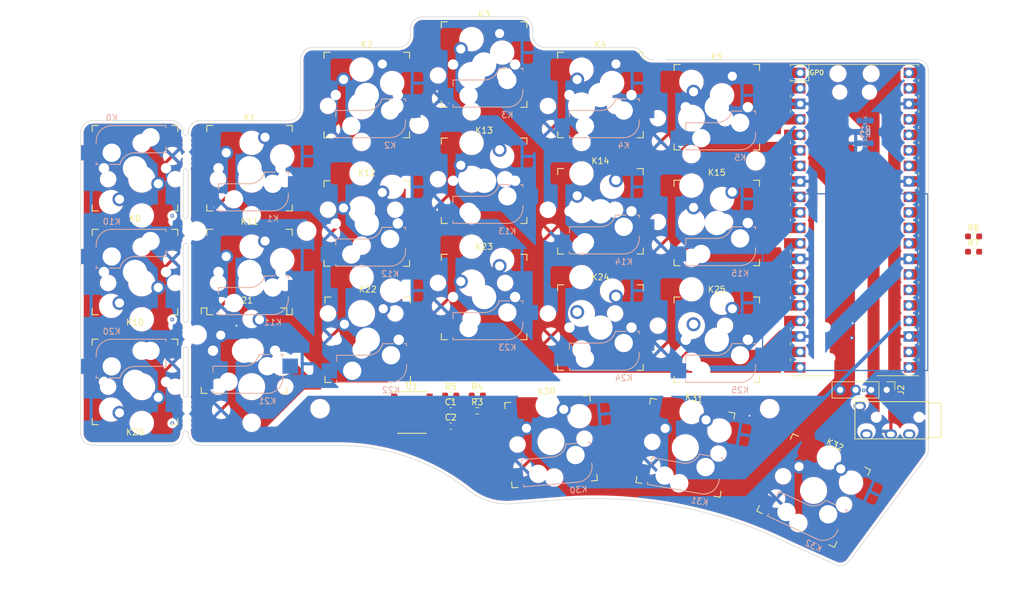
<source format=kicad_pcb>
(kicad_pcb (version 20211014) (generator pcbnew)
  (title_block (rev "rev1.0"))
  (layers (0 "F.Cu" signal) (31 "B.Cu" signal) (34 "B.Paste" user) (35 "F.Paste" user) (36 "B.SilkS" user "B.Silkscreen") (37 "F.SilkS" user "F.Silkscreen") (38 "B.Mask" user) (39 "F.Mask" user) (44 "Edge.Cuts" user))
  (net 0 "")
  (net 1 "GND")
  (net 2 "/k00")
  (net 3 "/k01")
  (net 4 "/k02")
  (net 5 "/k03")
  (net 6 "/k04")
  (net 7 "/k05")
  (net 8 "/k10")
  (net 9 "/k11")
  (net 10 "/k12")
  (net 11 "/k13")
  (net 12 "/k14")
  (net 13 "/k15")
  (net 14 "/k20")
  (net 15 "/k21")
  (net 16 "/k22")
  (net 17 "/k23")
  (net 18 "/k24")
  (net 19 "/k25")
  (net 20 "/k30")
  (net 21 "/k31")
  (net 22 "/k32")
  (net 23 "rx")
  (net 24 "tx")
  (net 25 "VBUS")
  (net 26 "vbus_sense")
  (net 28 "/SDA")
  (net 29 "/SCL")
  (net 33 "VCC")
  (net 34 "/I2C_Int")
  (net 35 "/LED_A")
  (net 36 "Net-(D1-Pad2)")
  (net 42 "/LED_B")
  (net 43 "Net-(D2-Pad2)")
  (footprint "keyswitches:Kailh_socket_MX_optional" (layer "F.Cu") (at 168.15 96.308)
    (fp_text reference "K25" (at 0 -8.255) (layer "F.SilkS"))
    (fp_text value "KEYSW")
    (fp_text user "${REFERENCE}" (at 3.81 8.255) (layer "B.SilkS") (effects (justify mirror)))
    (pad "" np_thru_hole circle (at -5.08 0) (size 1.7018 1.7018) (drill 1.7018) (layers *.Cu *.Mask))
    (pad "" np_thru_hole circle (at 0 0) (size 3.9878 3.9878) (drill 3.9878) (layers *.Cu *.Mask))
    (pad "" np_thru_hole circle (at 3.81 2.54) (size 3 3) (drill 3) (layers *.Cu *.Mask))
    (pad "" np_thru_hole circle (at -2.54 5.08) (size 3 3) (drill 3) (layers *.Cu *.Mask))
    (pad "" np_thru_hole circle (at 5.08 0) (size 1.7018 1.7018) (drill 1.7018) (layers *.Cu *.Mask))
    (pad "1" smd rect (at -6.29 5.08) (size 2.55 2.5) (layers "B.Cu" "B.Paste" "B.Mask") (net 19 "/k25"))
    (pad "1" thru_hole circle (at 2.54 -5.08) (size 2.286 2.286) (drill 1.4986) (layers *.Cu *.Mask) (net 19 "/k25"))
    (pad "2" thru_hole circle (at -3.81 -2.54) (size 2.286 2.286) (drill 1.4986) (layers *.Cu *.Mask) (net 1 "GND"))
    (pad "2" smd rect (at 7.56 2.54) (size 2.55 2.5) (layers "B.Cu" "B.Paste" "B.Mask") (net 1 "GND"))
  )
  (footprint "keyswitches:Kailh_socket_MX_optional" (layer "F.Cu") (at 149.1 94.308)
    (fp_text reference "K24" (at 0 -8.255) (layer "F.SilkS"))
    (fp_text value "KEYSW")
    (fp_text user "${REFERENCE}" (at 3.81 8.255) (layer "B.SilkS") (effects (justify mirror)))
    (pad "" np_thru_hole circle (at 3.81 2.54) (size 3 3) (drill 3) (layers *.Cu *.Mask))
    (pad "" np_thru_hole circle (at -5.08 0) (size 1.7018 1.7018) (drill 1.7018) (layers *.Cu *.Mask))
    (pad "" np_thru_hole circle (at 0 0) (size 3.9878 3.9878) (drill 3.9878) (layers *.Cu *.Mask))
    (pad "" np_thru_hole circle (at 5.08 0) (size 1.7018 1.7018) (drill 1.7018) (layers *.Cu *.Mask))
    (pad "" np_thru_hole circle (at -2.54 5.08) (size 3 3) (drill 3) (layers *.Cu *.Mask))
    (pad "1" smd rect (at -6.29 5.08) (size 2.55 2.5) (layers "B.Cu" "B.Paste" "B.Mask") (net 18 "/k24"))
    (pad "1" thru_hole circle (at 2.54 -5.08) (size 2.286 2.286) (drill 1.4986) (layers *.Cu *.Mask) (net 18 "/k24"))
    (pad "2" smd rect (at 7.56 2.54) (size 2.55 2.5) (layers "B.Cu" "B.Paste" "B.Mask") (net 1 "GND"))
    (pad "2" thru_hole circle (at -3.81 -2.54) (size 2.286 2.286) (drill 1.4986) (layers *.Cu *.Mask) (net 1 "GND"))
  )
  (footprint "keyswitches:Kailh_socket_MX_optional" (layer "F.Cu") (at 90.75 98.1)
    (fp_text reference "K21" (at 0 -8.255) (layer "F.SilkS"))
    (fp_text value "KEYSW")
    (fp_text user "${REFERENCE}" (at 3.81 8.255) (layer "B.SilkS") (effects (justify mirror)))
    (pad "" np_thru_hole circle (at 5.08 0) (size 1.7018 1.7018) (drill 1.7018) (layers *.Cu *.Mask))
    (pad "" np_thru_hole circle (at -5.08 0) (size 1.7018 1.7018) (drill 1.7018) (layers *.Cu *.Mask))
    (pad "" np_thru_hole circle (at 0 0) (size 3.9878 3.9878) (drill 3.9878) (layers *.Cu *.Mask))
    (pad "" np_thru_hole circle (at 3.81 2.54) (size 3 3) (drill 3) (layers *.Cu *.Mask))
    (pad "" np_thru_hole circle (at -2.54 5.08) (size 3 3) (drill 3) (layers *.Cu *.Mask))
    (pad "1" smd rect (at -6.29 5.08) (size 2.55 2.5) (layers "B.Cu" "B.Paste" "B.Mask") (net 15 "/k21"))
    (pad "1" thru_hole circle (at 2.54 -5.08) (size 2.286 2.286) (drill 1.4986) (layers *.Cu *.Mask) (net 15 "/k21"))
    (pad "2" thru_hole circle (at -3.81 -2.54) (size 2.286 2.286) (drill 1.4986) (layers *.Cu *.Mask) (net 1 "GND"))
    (pad "2" smd rect (at 7.56 2.54) (size 2.55 2.5) (layers "B.Cu" "B.Paste" "B.Mask") (net 1 "GND"))
  )
  (footprint "keyswitches:Kailh_socket_MX_optional" (layer "F.Cu") (at 110.85 56.208)
    (fp_text reference "K2" (at 0 -8.255) (layer "F.SilkS"))
    (fp_text value "KEYSW")
    (fp_text user "${REFERENCE}" (at 3.81 8.255) (layer "B.SilkS") (effects (justify mirror)))
    (pad "" np_thru_hole circle (at 0 0) (size 3.9878 3.9878) (drill 3.9878) (layers *.Cu *.Mask))
    (pad "" np_thru_hole circle (at 3.81 2.54) (size 3 3) (drill 3) (layers *.Cu *.Mask))
    (pad "" np_thru_hole circle (at 5.08 0) (size 1.7018 1.7018) (drill 1.7018) (layers *.Cu *.Mask))
    (pad "" np_thru_hole circle (at -2.54 5.08) (size 3 3) (drill 3) (layers *.Cu *.Mask))
    (pad "" np_thru_hole circle (at -5.08 0) (size 1.7018 1.7018) (drill 1.7018) (layers *.Cu *.Mask))
    (pad "1" thru_hole circle (at 2.54 -5.08) (size 2.286 2.286) (drill 1.4986) (layers *.Cu *.Mask) (net 4 "/k02"))
    (pad "1" smd rect (at -6.29 5.08) (size 2.55 2.5) (layers "B.Cu" "B.Paste" "B.Mask") (net 4 "/k02"))
    (pad "2" smd rect (at 7.56 2.54) (size 2.55 2.5) (layers "B.Cu" "B.Paste" "B.Mask") (net 1 "GND"))
    (pad "2" thru_hole circle (at -3.81 -2.54) (size 2.286 2.286) (drill 1.4986) (layers *.Cu *.Mask) (net 1 "GND"))
  )
  (footprint "beekeeb_lib:MountingHole_2.2mm_M2-8mm" (layer "F.Cu") (at 103.2 107.6)
    (fp_text reference "H4" hide)
    (fp_text value "MountingHole")
    (pad "" np_thru_hole circle (at 0 0) (size 2.2 2.2) (drill 2.2) (layers *.Cu *.Mask))
  )
  (footprint "keyswitches:Kailh_socket_MX_optional" (layer "F.Cu") (at 72.9 85.208 180)
    (fp_text reference "K10" (at 0 -8.255) (layer "F.SilkS"))
    (fp_text value "KEYSW")
    (fp_text user "${REFERENCE}" (at 3.81 8.255) (layer "B.SilkS") (effects (justify mirror)))
    (pad "" np_thru_hole circle (at 3.81 2.54 180) (size 3 3) (drill 3) (layers *.Cu *.Mask))
    (pad "" np_thru_hole circle (at -2.54 5.08 180) (size 3 3) (drill 3) (layers *.Cu *.Mask))
    (pad "" np_thru_hole circle (at -5.08 0 180) (size 1.7018 1.7018) (drill 1.7018) (layers *.Cu *.Mask))
    (pad "" np_thru_hole circle (at 0 0 180) (size 3.9878 3.9878) (drill 3.9878) (layers *.Cu *.Mask))
    (pad "" np_thru_hole circle (at 5.08 0 180) (size 1.7018 1.7018) (drill 1.7018) (layers *.Cu *.Mask))
    (pad "1" smd rect (at -6.29 5.08 180) (size 2.55 2.5) (layers "B.Cu" "B.Paste" "B.Mask") (net 8 "/k10"))
    (pad "1" thru_hole circle (at 2.54 -5.08 180) (size 2.286 2.286) (drill 1.4986) (layers *.Cu *.Mask) (net 8 "/k10"))
    (pad "2" smd rect (at 7.56 2.54 180) (size 2.55 2.5) (layers "B.Cu" "B.Paste" "B.Mask") (net 1 "GND"))
    (pad "2" thru_hole circle (at -3.81 -2.54 180) (size 2.286 2.286) (drill 1.4986) (layers *.Cu *.Mask) (net 1 "GND"))
  )
  (footprint "RPi_Pico:RPi_Pico_SMD_TH" (layer "F.Cu") (at 190.7032 76.708)
    (fp_text reference "U2" hide)
    (fp_text value "Pico")
    (fp_text user "GP0" (at -6.2032 -24.1665) (layer "F.SilkS") (effects (font (size 0.8 0.8))))
    (pad "" np_thru_hole oval (at -2.425 -20.97) (size 1.5 1.5) (drill 1.5) (layers *.Cu *.Mask))
    (pad "" np_thru_hole oval (at 2.425 -20.97) (size 1.5 1.5) (drill 1.5) (layers *.Cu *.Mask))
    (pad "" np_thru_hole oval (at 2.725 -24) (size 1.8 1.8) (drill 1.8) (layers *.Cu *.Mask))
    (pad "" np_thru_hole oval (at -2.725 -24) (size 1.8 1.8) (drill 1.8) (layers *.Cu *.Mask))
    (pad "1" smd rect (at -8.89 -24.13) (size 3.5 1.7) (drill (offset -0.9 0)) (layers "F.Cu" "F.Mask") (net 24 "tx"))
    (pad "1" thru_hole oval (at -8.89 -24.13) (size 1.7 1.7) (drill 1.02) (layers *.Cu *.Mask) (net 24 "tx"))
    (pad "2" thru_hole oval (at -8.89 -21.59) (size 1.7 1.7) (drill 1.02) (layers *.Cu *.Mask) (net 23 "rx"))
    (pad "2" smd rect (at -8.89 -21.59) (size 3.5 1.7) (drill (offset -0.9 0)) (layers "F.Cu" "F.Mask") (net 23 "rx"))
    (pad "3" thru_hole rect (at -8.89 -19.05) (size 1.7 1.7) (drill 1.02) (layers *.Cu *.Mask) (net 1 "GND"))
    (pad "3" smd rect (at -8.89 -19.05) (size 3.5 1.7) (drill (offset -0.9 0)) (layers "F.Cu" "F.Mask") (net 1 "GND"))
    (pad "4" smd rect (at -8.89 -16.51) (size 3.5 1.7) (drill (offset -0.9 0)) (layers "F.Cu" "F.Mask") (net 7 "/k05"))
    (pad "4" thru_hole oval (at -8.89 -16.51) (size 1.7 1.7) (drill 1.02) (layers *.Cu *.Mask) (net 7 "/k05"))
    (pad "5" smd rect (at -8.89 -13.97) (size 3.5 1.7) (drill (offset -0.9 0)) (layers "F.Cu" "F.Mask") (net 6 "/k04"))
    (pad "5" thru_hole oval (at -8.89 -13.97) (size 1.7 1.7) (drill 1.02) (layers *.Cu *.Mask) (net 6 "/k04"))
    (pad "6" thru_hole oval (at -8.89 -11.43) (size 1.7 1.7) (drill 1.02) (layers *.Cu *.Mask) (net 19 "/k25"))
    (pad "6" smd rect (at -8.89 -11.43) (size 3.5 1.7) (drill (offset -0.9 0)) (layers "F.Cu" "F.Mask") (net 19 "/k25"))
    (pad "7" smd rect (at -8.89 -8.89) (size 3.5 1.7) (drill (offset -0.9 0)) (layers "F.Cu" "F.Mask") (net 4 "/k02"))
    (pad "7" thru_hole oval (at -8.89 -8.89) (size 1.7 1.7) (drill 1.02) (layers *.Cu *.Mask) (net 4 "/k02"))
    (pad "8" smd rect (at -8.89 -6.35) (size 3.5 1.7) (drill (offset -0.9 0)) (layers "F.Cu" "F.Mask") (net 1 "GND"))
    (pad "8" thru_hole rect (at -8.89 -6.35) (size 1.7 1.7) (drill 1.02) (layers *.Cu *.Mask) (net 1 "GND"))
    (pad "9" smd rect (at -8.89 -3.81) (size 3.5 1.7) (drill (offset -0.9 0)) (layers "F.Cu" "F.Mask") (net 16 "/k22"))
    (pad "9" thru_hole oval (at -8.89 -3.81) (size 1.7 1.7) (drill 1.02) (layers *.Cu *.Mask) (net 16 "/k22"))
    (pad "10" smd rect (at -8.89 -1.27) (size 3.5 1.7) (drill (offset -0.9 0)) (layers "F.Cu" "F.Mask") (net 17 "/k23"))
    (pad "10" thru_hole oval (at -8.89 -1.27) (size 1.7 1.7) (drill 1.02) (layers *.Cu *.Mask) (net 17 "/k23"))
    (pad "11" thru_hole oval (at -8.89 1.27) (size 1.7 1.7) (drill 1.02) (layers *.Cu *.Mask))
    (pad "11" smd rect (at -8.89 1.27) (size 3.5 1.7) (drill (offset -0.9 0)) (layers "F.Cu" "F.Mask"))
    (pad "12" thru_hole oval (at -8.89 3.81) (size 1.7 1.7) (drill 1.02) (layers *.Cu *.Mask))
    (pad "12" smd rect (at -8.89 3.81) (size 3.5 1.7) (drill (offset -0.9 0)) (layers "F.Cu" "F.Mask"))
    (pad "13" smd rect (at -8.89 6.35) (size 3.5 1.7) (drill (offset -0.9 0)) (layers "F.Cu" "F.Mask") (net 1 "GND"))
    (pad "13" thru_hole rect (at -8.89 6.35) (size 1.7 1.7) (drill 1.02) (layers *.Cu *.Mask) (net 1 "GND"))
    (pad "14" thru_hole oval (at -8.89 8.89) (size 1.7 1.7) (drill 1.02) (layers *.Cu *.Mask))
    (pad "14" smd rect (at -8.89 8.89) (size 3.5 1.7) (drill (offset -0.9 0)) (layers "F.Cu" "F.Mask"))
    (pad "15" smd rect (at -8.89 11.43) (size 3.5 1.7) (drill (offset -0.9 0)) (layers "F.Cu" "F.Mask"))
    (pad "15" thru_hole oval (at -8.89 11.43) (size 1.7 1.7) (drill 1.02) (layers *.Cu *.Mask))
    (pad "16" smd rect (at -8.89 13.97) (size 3.5 1.7) (drill (offset -0.9 0)) (layers "F.Cu" "F.Mask"))
    (pad "16" thru_hole oval (at -8.89 13.97) (size 1.7 1.7) (drill 1.02) (layers *.Cu *.Mask))
    (pad "17" smd rect (at -8.89 16.51) (size 3.5 1.7) (drill (offset -0.9 0)) (layers "F.Cu" "F.Mask") (net 18 "/k24"))
    (pad "17" thru_hole oval (at -8.89 16.51) (size 1.7 1.7) (drill 1.02) (layers *.Cu *.Mask) (net 18 "/k24"))
    (pad "18" thru_hole rect (at -8.89 19.05) (size 1.7 1.7) (drill 1.02) (layers *.Cu *.Mask) (net 1 "GND"))
    (pad "18" smd rect (at -8.89 19.05) (size 3.5 1.7) (drill (offset -0.9 0)) (layers "F.Cu" "F.Mask") (net 1 "GND"))
    (pad "19" smd rect (at -8.89 21.59) (size 3.5 1.7) (drill (offset -0.9 0)) (layers "F.Cu" "F.Mask") (net 11 "/k13"))
    (pad "19" thru_hole oval (at -8.89 21.59) (size 1.7 1.7) (drill 1.02) (layers *.Cu *.Mask) (net 11 "/k13"))
    (pad "20" thru_hole oval (at -8.89 24.13) (size 1.7 1.7) (drill 1.02) (layers *.Cu *.Mask) (net 5 "/k03"))
    (pad "20" smd rect (at -8.89 24.13) (size 3.5 1.7) (drill (offset -0.9 0)) (layers "F.Cu" "F.Mask") (net 5 "/k03"))
    (pad "21" thru_hole oval (at 8.89 24.13) (size 1.7 1.7) (drill 1.02) (layers *.Cu *.Mask) (net 13 "/k15"))
    (pad "21" smd rect (at 8.89 24.13) (size 3.5 1.7) (drill (offset 0.9 0)) (layers "F.Cu" "F.Mask") (net 13 "/k15"))
    (pad "22" thru_hole oval (at 8.89 21.59) (size 1.7 1.7) (drill 1.02) (layers *.Cu *.Mask) (net 12 "/k14"))
    (pad "22" smd rect (at 8.89 21.59) (size 3.5 1.7) (drill (offset 0.9 0)) (layers "F.Cu" "F.Mask") (net 12 "/k14"))
    (pad "23" smd rect (at 8.89 19.05) (size 3.5 1.7) (drill (offset 0.9 0)) (layers "F.Cu" "F.Mask") (net 1 "GND"))
    (pad "23" thru_hole rect (at 8.89 19.05) (size 1.7 1.7) (drill 1.02) (layers *.Cu *.Mask) (net 1 "GND"))
    (pad "24" thru_hole oval (at 8.89 16.51) (size 1.7 1.7) (drill 1.02) (layers *.Cu *.Mask) (net 10 "/k12"))
    (pad "24" smd rect (at 8.89 16.51) (size 3.5 1.7) (drill (offset 0.9 0)) (layers "F.Cu" "F.Mask") (net 10 "/k12"))
    (pad "25" smd rect (at 8.89 13.97) (size 3.5 1.7) (drill (offset 0.9 0)) (layers "F.Cu" "F.Mask") (net 15 "/k21"))
    (pad "25" thru_hole oval (at 8.89 13.97) (size 1.7 1.7) (drill 1.02) (layers *.Cu *.Mask) (net 15 "/k21"))
    (pad "26" thru_hole oval (at 8.89 11.43) (size 1.7 1.7) (drill 1.02) (layers *.Cu *.Mask) (net 9 "/k11"))
    (pad "26" smd rect (at 8.89 11.43) (size 3.5 1.7) (drill (offset 0.9 0)) (layers "F.Cu" "F.Mask") (net 9 "/k11"))
    (pad "27" smd rect (at 8.89 8.89) (size 3.5 1.7) (drill (offset 0.9 0)) (layers "F.Cu" "F.Mask") (net 34 "/I2C_Int"))
    (pad "27" thru_hole oval (at 8.89 8.89) (size 1.7 1.7) (drill 1.02) (layers *.Cu *.Mask) (net 34 "/I2C_Int"))
    (pad "28" smd rect (at 8.89 6.35) (size 3.5 1.7) (drill (offset 0.9 0)) (layers "F.Cu" "F.Mask") (net 1 "GND"))
    (pad "28" thru_hole rect (at 8.89 6.35) (size 1.7 1.7) (drill 1.02) (layers *.Cu *.Mask) (net 1 "GND"))
    (pad "29" thru_hole oval (at 8.89 3.81) (size 1.7 1.7) (drill 1.02) (layers *.Cu *.Mask) (net 3 "/k01"))
    (pad "29" smd rect (at 8.89 3.81) (size 3.5 1.7) (drill (offset 0.9 0)) (layers "F.Cu" "F.Mask") (net 3 "/k01"))
    (pad "30" thru_hole oval (at 8.89 1.27) (size 1.7 1.7) (drill 1.02) (layers *.Cu *.Mask))
    (pad "30" smd rect (at 8.89 1.27) (size 3.5 1.7) (drill (offset 0.9 0)) (layers "F.Cu" "F.Mask"))
    (pad "31" thru_hole oval (at 8.89 -1.27) (size 1.7 1.7) (drill 1.02) (layers *.Cu *.Mask) (net 28 "/SDA"))
    (pad "31" smd rect (at 8.89 -1.27) (size 3.5 1.7) (drill (offset 0.9 0)) (layers "F.Cu" "F.Mask") (net 28 "/SDA"))
    (pad "32" thru_hole oval (at 8.89 -3.81) (size 1.7 1.7) (drill 1.02) (layers *.Cu *.Mask) (net 29 "/SCL"))
    (pad "32" smd rect (at 8.89 -3.81) (size 3.5 1.7) (drill (offset 0.9 0)) (layers "F.Cu" "F.Mask") (net 29 "/SCL"))
    (pad "33" smd rect (at 8.89 -6.35) (size 3.5 1.7) (drill (offset 0.9 0)) (layers "F.Cu" "F.Mask") (net 1 "GND"))
    (pad "33" thru_hole rect (at 8.89 -6.35) (size 1.7 1.7) (drill 1.02) (layers *.Cu *.Mask) (net 1 "GND"))
    (pad "34" thru_hole oval (at 8.89 -8.89) (size 1.7 1.7) (drill 1.02) (layers *.Cu *.Mask) (net 26 "vbus_sense"))
    (pad "34" smd rect (at 8.89 -8.89) (size 3.5 1.7) (drill (offset 0.9 0)) (layers "F.Cu" "F.Mask") (net 26 "vbus_sense"))
    (pad "35" smd rect (at 8.89 -11.43) (size 3.5 1.7) (drill (offset 0.9 0)) (layers "F.Cu" "F.Mask"))
    (pad "35" thru_hole oval (at 8.89 -11.43) (size 1.7 1.7) (drill 1.02) (layers *.Cu *.Mask))
    (pad "36" smd rect (at 8.89 -13.97) (size 3.5 1.7) (drill (offset 0.9 0)) (layers "F.Cu" "F.Mask"))
    (pad "36" thru_hole oval (at 8.89 -13.97) (size 1.7 1.7) (drill 1.02) (layers *.Cu *.Mask))
    (pad "37" thru_hole oval (at 8.89 -16.51) (size 1.7 1.7) (drill 1.02) (layers *.Cu *.Mask))
    (pad "37" smd rect (at 8.89 -16.51) (size 3.5 1.7) (drill (offset 0.9 0)) (layers "F.Cu" "F.Mask"))
    (pad "38" smd rect (at 8.89 -19.05) (size 3.5 1.7) (drill (offset 0.9 0)) (layers "F.Cu" "F.Mask") (net 1 "GND"))
    (pad "38" thru_hole rect (at 8.89 -19.05) (size 1.7 1.7) (drill 1.02) (layers *.Cu *.Mask) (net 1 "GND"))
    (pad "39" thru_hole oval (at 8.89 -21.59) (size 1.7 1.7) (drill 1.02) (layers *.Cu *.Mask) (net 33 "VCC"))
    (pad "39" smd rect (at 8.89 -21.59) (size 3.5 1.7) (drill (offset 0.9 0)) (layers "F.Cu" "F.Mask") (net 33 "VCC"))
    (pad "40" thru_hole oval (at 8.89 -24.13) (size 1.7 1.7) (drill 1.02) (layers *.Cu *.Mask) (net 25 "VBUS"))
    (pad "40" smd rect (at 8.89 -24.13) (size 3.5 1.7) (drill (offset 0.9 0)) (layers "F.Cu" "F.Mask") (net 25 "VBUS"))
  )
  (footprint "Resistor_SMD:R_0603_1608Metric_Pad0.98x0.95mm_HandSolder" (layer "F.Cu") (at 210.185 81.885)
    (fp_text reference "R7" (at 0 -1.43) (layer "F.SilkS"))
    (fp_text value "R")
    (pad "1" smd roundrect (at -0.9125 0) (size 0.975 0.95) (layers "F.Cu" "F.Paste" "F.Mask") (net 42 "/LED_B"))
    (pad "2" smd roundrect (at 0.9125 0) (size 0.975 0.95) (layers "F.Cu" "F.Paste" "F.Mask") (net 43 "Net-(D2-Pad2)"))
  )
  (footprint "keyswitches:Kailh_socket_MX_optional" (layer "F.Cu") (at 149.1 56.208)
    (fp_text reference "K4" (at 0 -8.255) (layer "F.SilkS"))
    (fp_text value "KEYSW")
    (fp_text user "${REFERENCE}" (at 3.81 8.255) (layer "B.SilkS") (effects (justify mirror)))
    (pad "" np_thru_hole circle (at 0 0) (size 3.9878 3.9878) (drill 3.9878) (layers *.Cu *.Mask))
    (pad "" np_thru_hole circle (at -5.08 0) (size 1.7018 1.7018) (drill 1.7018) (layers *.Cu *.Mask))
    (pad "" np_thru_hole circle (at 5.08 0) (size 1.7018 1.7018) (drill 1.7018) (layers *.Cu *.Mask))
    (pad "" np_thru_hole circle (at -2.54 5.08) (size 3 3) (drill 3) (layers *.Cu *.Mask))
    (pad "" np_thru_hole circle (at 3.81 2.54) (size 3 3) (drill 3) (layers *.Cu *.Mask))
    (pad "1" smd rect (at -6.29 5.08) (size 2.55 2.5) (layers "B.Cu" "B.Paste" "B.Mask") (net 6 "/k04"))
    (pad "1" thru_hole circle (at 2.54 -5.08) (size 2.286 2.286) (drill 1.4986) (layers *.Cu *.Mask) (net 6 "/k04"))
    (pad "2" smd rect (at 7.56 2.54) (size 2.55 2.5) (layers "B.Cu" "B.Paste" "B.Mask") (net 1 "GND"))
    (pad "2" thru_hole circle (at -3.81 -2.54) (size 2.286 2.286) (drill 1.4986) (layers *.Cu *.Mask) (net 1 "GND"))
  )
  (footprint "keyswitches:Kailh_socket_MX_optional" (layer "F.Cu") (at 110.85 77.258)
    (fp_text reference "K12" (at 0 -8.255) (layer "F.SilkS"))
    (fp_text value "KEYSW")
    (fp_text user "${REFERENCE}" (at 3.81 8.255) (layer "B.SilkS") (effects (justify mirror)))
    (pad "" np_thru_hole circle (at 3.81 2.54) (size 3 3) (drill 3) (layers *.Cu *.Mask))
    (pad "" np_thru_hole circle (at -2.54 5.08) (size 3 3) (drill 3) (layers *.Cu *.Mask))
    (pad "" np_thru_hole circle (at 5.08 0) (size 1.7018 1.7018) (drill 1.7018) (layers *.Cu *.Mask))
    (pad "" np_thru_hole circle (at 0 0) (size 3.9878 3.9878) (drill 3.9878) (layers *.Cu *.Mask))
    (pad "" np_thru_hole circle (at -5.08 0) (size 1.7018 1.7018) (drill 1.7018) (layers *.Cu *.Mask))
    (pad "1" thru_hole circle (at 2.54 -5.08) (size 2.286 2.286) (drill 1.4986) (layers *.Cu *.Mask) (net 10 "/k12"))
    (pad "1" smd rect (at -6.29 5.08) (size 2.55 2.5) (layers "B.Cu" "B.Paste" "B.Mask") (net 10 "/k12"))
    (pad "2" thru_hole circle (at -3.81 -2.54) (size 2.286 2.286) (drill 1.4986) (layers *.Cu *.Mask) (net 1 "GND"))
    (pad "2" smd rect (at 7.56 2.54) (size 2.55 2.5) (layers "B.Cu" "B.Paste" "B.Mask") (net 1 "GND"))
  )
  (footprint "beekeeb_lib:MountingHole_2.2mm_M2-8mm" (layer "F.Cu") (at 174.5 67)
    (fp_text reference "H2" hide)
    (fp_text value "MountingHole")
    (pad "" np_thru_hole circle (at 0 0) (size 2.2 2.2) (drill 2.2) (layers *.Cu *.Mask))
  )
  (footprint "keyswitches:Kailh_socket_MX_optional" (layer "F.Cu") (at 141 113 5)
    (fp_text reference "K30" (at 0 -8.255 5) (layer "F.SilkS"))
    (fp_text value "KEYSW")
    (fp_text user "${REFERENCE}" (at 3.81 8.255 5) (layer "B.SilkS") (effects (justify mirror)))
    (pad "" np_thru_hole circle (at 0 0 5) (size 3.9878 3.9878) (drill 3.9878) (layers *.Cu *.Mask))
    (pad "" np_thru_hole circle (at 5.08 0 5) (size 1.7018 1.7018) (drill 1.7018) (layers *.Cu *.Mask))
    (pad "" np_thru_hole circle (at -5.08 0 5) (size 1.7018 1.7018) (drill 1.7018) (layers *.Cu *.Mask))
    (pad "" np_thru_hole circle (at 3.81 2.54 5) (size 3 3) (drill 3) (layers *.Cu *.Mask))
    (pad "" np_thru_hole circle (at -2.54 5.08 5) (size 3 3) (drill 3) (layers *.Cu *.Mask))
    (pad "1" smd rect (at -6.29 5.08 5) (size 2.55 2.5) (layers "B.Cu" "B.Paste" "B.Mask") (net 20 "/k30"))
    (pad "1" thru_hole circle (at 2.54 -5.08 5) (size 2.286 2.286) (drill 1.4986) (layers *.Cu *.Mask) (net 20 "/k30"))
    (pad "2" smd rect (at 7.56 2.54 5) (size 2.55 2.5) (layers "B.Cu" "B.Paste" "B.Mask") (net 1 "GND"))
    (pad "2" thru_hole circle (at -3.81 -2.54 5) (size 2.286 2.286) (drill 1.4986) (layers *.Cu *.Mask) (net 1 "GND"))
  )
  (footprint "beekeeb_lib:MountingHole_2.2mm_M2-8mm" (layer "F.Cu") (at 83 95.5)
    (fp_text reference "H4" hide)
    (fp_text value "MountingHole")
    (pad "" np_thru_hole circle (at 0.05 0) (size 2.2 2.2) (drill 2.2) (layers F&B.Cu *.Mask))
  )
  (footprint "keyswitches:Kailh_socket_MX_optional" (layer "F.Cu") (at 91.65 68.208)
    (fp_text reference "K1" (at 0 -8.255) (layer "F.SilkS"))
    (fp_text value "KEYSW")
    (fp_text user "${REFERENCE}" (at 3.81 8.255) (layer "B.SilkS") (effects (justify mirror)))
    (pad "" np_thru_hole circle (at 3.81 2.54) (size 3 3) (drill 3) (layers *.Cu *.Mask))
    (pad "" np_thru_hole circle (at -5.08 0) (size 1.7018 1.7018) (drill 1.7018) (layers *.Cu *.Mask))
    (pad "" np_thru_hole circle (at 5.08 0) (size 1.7018 1.7018) (drill 1.7018) (layers *.Cu *.Mask))
    (pad "" np_thru_hole circle (at -2.54 5.08) (size 3 3) (drill 3) (layers *.Cu *.Mask))
    (pad "" np_thru_hole circle (at 0 0) (size 3.9878 3.9878) (drill 3.9878) (layers *.Cu *.Mask))
    (pad "1" smd rect (at -6.29 5.08) (size 2.55 2.5) (layers "B.Cu" "B.Paste" "B.Mask") (net 3 "/k01"))
    (pad "1" thru_hole circle (at 2.54 -5.08) (size 2.286 2.286) (drill 1.4986) (layers *.Cu *.Mask) (net 3 "/k01"))
    (pad "2" smd rect (at 7.56 2.54) (size 2.55 2.5) (layers "B.Cu" "B.Paste" "B.Mask") (net 1 "GND"))
    (pad "2" thru_hole circle (at -3.81 -2.54) (size 2.286 2.286) (drill 1.4986) (layers *.Cu *.Mask) (net 1 "GND"))
  )
  (footprint "Resistor_SMD:R_0603_1608Metric_Pad0.98x0.95mm_HandSolder" (layer "F.Cu") (at 210.185 79.375)
    (fp_text reference "R6" (at 0 -1.43) (layer "F.SilkS"))
    (fp_text value "R")
    (pad "1" smd roundrect (at -0.9125 0) (size 0.975 0.95) (layers "F.Cu" "F.Paste" "F.Mask") (net 35 "/LED_A"))
    (pad "2" smd roundrect (at 0.9125 0) (size 0.975 0.95) (layers "F.Cu" "F.Paste" "F.Mask") (net 36 "Net-(D1-Pad2)"))
  )
  (footprint "beekeeb_lib:mousebites_2" (layer "F.Cu") (at 81.4 78.5 90)
    (fp_text reference "MB1" hide)
    (fp_text value "MountingHole" hide)
    (pad "" np_thru_hole circle (at 0 0 90) (size 0.5 0.5) (drill 0.5) (layers F&B.Cu *.Mask))
    (pad "" np_thru_hole circle (at 1.5 0 90) (size 0.5 0.5) (drill 0.5) (layers F&B.Cu *.Mask))
    (pad "" np_thru_hole circle (at -1.5 0 90) (size 0.5 0.5) (drill 0.5) (layers F&B.Cu *.Mask))
    (pad "" np_thru_hole circle (at 0.75 0 90) (size 0.5 0.5) (drill 0.5) (layers F&B.Cu *.Mask))
  )
  (footprint "Capacitor_SMD:C_0603_1608Metric_Pad1.08x0.95mm_HandSolder" (layer "F.Cu") (at 124.587 107.95)
    (fp_text reference "C1" (at 0 -1.43) (layer "F.SilkS"))
    (fp_text value "C")
    (pad "1" smd roundrect (at -0.8625 0) (size 1.075 0.95) (layers "F.Cu" "F.Paste" "F.Mask") (net 33 "VCC"))
    (pad "2" smd roundrect (at 0.8625 0) (size 1.075 0.95) (layers "F.Cu" "F.Paste" "F.Mask") (net 1 "GND"))
  )
  (footprint "beekeeb_lib:mousebites_3" (layer "F.Cu") (at 81.4 108.4352 90)
    (fp_text reference "MB3" hide)
    (fp_text value "MountingHole" hide)
    (pad "" np_thru_hole circle (at 1.5 0 90) (size 0.5 0.5) (drill 0.5) (layers F&B.Cu *.Mask))
    (pad "" np_thru_hole circle (at -0.75 0 90) (size 0.5 0.5) (drill 0.5) (layers F&B.Cu *.Mask))
    (pad "" np_thru_hole circle (at 0.75 0 90) (size 0.5 0.5) (drill 0.5) (layers F&B.Cu *.Mask))
    (pad "" np_thru_hole circle (at -1.5 0 90) (size 0.5 0.5) (drill 0.5) (layers F&B.Cu *.Mask))
    (pad "" np_thru_hole circle (at 2.25 0 90) (size 0.5 0.5) (drill 0.5) (layers F&B.Cu *.Mask))
    (pad "" np_thru_hole circle (at -2.25 0 90) (size 0.5 0.5) (drill 0.5) (layers F&B.Cu *.Mask))
  )
  (footprint "beekeeb_lib:mousebites_2" (layer "F.Cu") (at 81.4 95.5 90)
    (fp_text reference "MB2" hide)
    (fp_text value "MountingHole" hide)
    (pad "" np_thru_hole circle (at 0.75 0 90) (size 0.5 0.5) (drill 0.5) (layers F&B.Cu *.Mask))
    (pad "" np_thru_hole circle (at -1.5 0 90) (size 0.5 0.5) (drill 0.5) (layers F&B.Cu *.Mask))
    (pad "" np_thru_hole circle (at 1.5 0 90) (size 0.5 0.5) (drill 0.5) (layers F&B.Cu *.Mask))
    (pad "" np_thru_hole circle (at 0 0 90) (size 0.5 0.5) (drill 0.5) (layers F&B.Cu *.Mask))
  )
  (footprint "keyswitches:Kailh_socket_MX_optional" (layer "F.Cu") (at 149.1 75.258)
    (fp_text reference "K14" (at 0 -8.255) (layer "F.SilkS"))
    (fp_text value "KEYSW")
    (fp_text user "${REFERENCE}" (at 3.81 8.255) (layer "B.SilkS") (effects (justify mirror)))
    (pad "" np_thru_hole circle (at -2.54 5.08) (size 3 3) (drill 3) (layers *.Cu *.Mask))
    (pad "" np_thru_hole circle (at 0 0) (size 3.9878 3.9878) (drill 3.9878) (layers *.Cu *.Mask))
    (pad "" np_thru_hole circle (at 5.08 0) (size 1.7018 1.7018) (drill 1.7018) (layers *.Cu *.Mask))
    (pad "" np_thru_hole circle (at -5.08 0) (size 1.7018 1.7018) (drill 1.7018) (layers *.Cu *.Mask))
    (pad "" np_thru_hole circle (at 3.81 2.54) (size 3 3) (drill 3) (layers *.Cu *.Mask))
    (pad "1" thru_hole circle (at 2.54 -5.08) (size 2.286 2.286) (drill 1.4986) (layers *.Cu *.Mask) (net 12 "/k14"))
    (pad "1" smd rect (at -6.29 5.08) (size 2.55 2.5) (layers "B.Cu" "B.Paste" "B.Mask") (net 12 "/k14"))
    (pad "2" thru_hole circle (at -3.81 -2.54) (size 2.286 2.286) (drill 1.4986) (layers *.Cu *.Mask) (net 1 "GND"))
    (pad "2" smd rect (at 7.56 2.54) (size 2.55 2.5) (layers "B.Cu" "B.Paste" "B.Mask") (net 1 "GND"))
  )
  (footprint "keyswitches:Kailh_socket_MX_optional" (layer "F.Cu") (at 130.05 89.308)
    (fp_text reference "K23" (at 0 -8.255) (layer "F.SilkS"))
    (fp_text value "KEYSW")
    (fp_text user "${REFERENCE}" (at 3.81 8.255) (layer "B.SilkS") (effects (justify mirror)))
    (pad "" np_thru_hole circle (at -5.08 0) (size 1.7018 1.7018) (drill 1.7018) (layers *.Cu *.Mask))
    (pad "" np_thru_hole circle (at -2.54 5.08) (size 3 3) (drill 3) (layers *.Cu *.Mask))
    (pad "" np_thru_hole circle (at 3.81 2.54) (size 3 3) (drill 3) (layers *.Cu *.Mask))
    (pad "" np_thru_hole circle (at 5.08 0) (size 1.7018 1.7018) (drill 1.7018) (layers *.Cu *.Mask))
    (pad "" np_thru_hole circle (at 0 0) (size 3.9878 3.9878) (drill 3.9878) (layers *.Cu *.Mask))
    (pad "1" smd rect (at -6.29 5.08) (size 2.55 2.5) (layers "B.Cu" "B.Paste" "B.Mask") (net 17 "/k23"))
    (pad "1" thru_hole circle (at 2.54 -5.08) (size 2.286 2.286) (drill 1.4986) (layers *.Cu *.Mask) (net 17 "/k23"))
    (pad "2" thru_hole circle (at -3.81 -2.54) (size 2.286 2.286) (drill 1.4986) (layers *.Cu *.Mask) (net 1 "GND"))
    (pad "2" smd rect (at 7.56 2.54) (size 2.55 2.5) (layers "B.Cu" "B.Paste" "B.Mask") (net 1 "GND"))
  )
  (footprint "keyswitches:Kailh_socket_MX_optional" (layer "F.Cu") (at 130.05 51.208)
    (fp_text reference "K3" (at 0 -8.255) (layer "F.SilkS"))
    (fp_text value "KEYSW")
    (fp_text user "${REFERENCE}" (at 3.81 8.255) (layer "B.SilkS") (effects (justify mirror)))
    (pad "" np_thru_hole circle (at 0 0) (size 3.9878 3.9878) (drill 3.9878) (layers *.Cu *.Mask))
    (pad "" np_thru_hole circle (at 3.81 2.54) (size 3 3) (drill 3) (layers *.Cu *.Mask))
    (pad "" np_thru_hole circle (at -2.54 5.08) (size 3 3) (drill 3) (layers *.Cu *.Mask))
    (pad "" np_thru_hole circle (at 5.08 0) (size 1.7018 1.7018) (drill 1.7018) (layers *.Cu *.Mask))
    (pad "" np_thru_hole circle (at -5.08 0) (size 1.7018 1.7018) (drill 1.7018) (layers *.Cu *.Mask))
    (pad "1" smd rect (at -6.29 5.08) (size 2.55 2.5) (layers "B.Cu" "B.Paste" "B.Mask") (net 5 "/k03"))
    (pad "1" thru_hole circle (at 2.54 -5.08) (size 2.286 2.286) (drill 1.4986) (layers *.Cu *.Mask) (net 5 "/k03"))
    (pad "2" smd rect (at 7.56 2.54) (size 2.55 2.5) (layers "B.Cu" "B.Paste" "B.Mask") (net 1 "GND"))
    (pad "2" thru_hole circle (at -3.81 -2.54) (size 2.286 2.286) (drill 1.4986) (layers *.Cu *.Mask) (net 1 "GND"))
  )
  (footprint "beekeeb_lib:MountingHole_2.2mm_M2-8mm" (layer "F.Cu") (at 83 78.5)
    (fp_text reference "H4" hide)
    (fp_text value "MountingHole")
    (pad "" np_thru_hole circle (at 0 0) (size 2.2 2.2) (drill 2.2) (layers *.Cu *.Mask))
  )
  (footprint "beekeeb_lib:MountingHole_2.2mm_M2-8mm" (layer "F.Cu") (at 119.4 61)
    (fp_text reference "H1" hide)
    (fp_text value "MountingHole")
    (pad "" np_thru_hole circle (at 0 0) (size 2.2 2.2) (drill 2.2) (layers *.Cu *.Mask))
  )
  (footprint "keyswitches:Kailh_socket_MX_optional" (layer "F.Cu") (at 111 96.308)
    (fp_text reference "K22" (at 0 -8.255) (layer "F.SilkS"))
    (fp_text value "KEYSW")
    (fp_text user "${REFERENCE}" (at 3.81 8.255) (layer "B.SilkS") (effects (justify mirror)))
    (pad "" np_thru_hole circle (at -2.54 5.08) (size 3 3) (drill 3) (layers *.Cu *.Mask))
    (pad "" np_thru_hole circle (at -5.08 0) (size 1.7018 1.7018) (drill 1.7018) (layers *.Cu *.Mask))
    (pad "" np_thru_hole circle (at 5.08 0) (size 1.7018 1.7018) (drill 1.7018) (layers *.Cu *.Mask))
    (pad "" np_thru_hole circle (at 3.81 2.54) (size 3 3) (drill 3) (layers *.Cu *.Mask))
    (pad "" np_thru_hole circle (at 0 0) (size 3.9878 3.9878) (drill 3.9878) (layers *.Cu *.Mask))
    (pad "1" thru_hole circle (at 2.54 -5.08) (size 2.286 2.286) (drill 1.4986) (layers *.Cu *.Mask) (net 16 "/k22"))
    (pad "1" smd rect (at -6.29 5.08) (size 2.55 2.5) (layers "B.Cu" "B.Paste" "B.Mask") (net 16 "/k22"))
    (pad "2" thru_hole circle (at -3.81 -2.54) (size 2.286 2.286) (drill 1.4986) (layers *.Cu *.Mask) (net 1 "GND"))
    (pad "2" smd rect (at 7.56 2.54) (size 2.55 2.5) (layers "B.Cu" "B.Paste" "B.Mask") (net 1 "GND"))
  )
  (footprint "trrs_audiojack:TRRS-PJ-320A" (layer "F.Cu") (at 202.85 109.5 -90)
    (fp_text reference "J1" hide)
    (fp_text value "TRRS")
    (pad "" np_thru_hole circle (at 0 8.6 270) (size 0.8 0.8) (drill 0.8) (layers *.Cu *.Mask))
    (pad "" np_thru_hole circle (at 0 1.6 270) (size 0.8 0.8) (drill 0.8) (layers *.Cu *.Mask))
    (pad "1" thru_hole oval (at -2.3 11.3 270) (size 1.6 2) (drill oval 0.9 1.3) (layers *.Cu *.Mask) (net 23 "rx"))
    (pad "2" thru_hole oval (at 2.3 10.2 270) (size 1.6 2) (drill oval 0.9 1.3) (layers *.Cu *.Mask) (net 33 "VCC"))
    (pad "3" thru_hole oval (at 2.3 6.2 270) (size 1.6 2) (drill oval 0.9 1.3) (layers *.Cu *.Mask) (net 1 "GND"))
    (pad "4" thru_hole oval (at 2.3 3.2 270) (size 1.6 2) (drill oval 0.9 1.3) (layers *.Cu *.Mask) (net 24 "tx"))
  )
  (footprint "Capacitor_SMD:C_0603_1608Metric_Pad1.08x0.95mm_HandSolder" (layer "F.Cu") (at 124.587 110.46)
    (fp_text reference "C2" (at 0 -1.43) (layer "F.SilkS"))
    (fp_text value "C")
    (pad "1" smd roundrect (at -0.8625 0) (size 1.075 0.95) (layers "F.Cu" "F.Paste" "F.Mask") (net 33 "VCC"))
    (pad "2" smd roundrect (at 0.8625 0) (size 1.075 0.95) (layers "F.Cu" "F.Paste" "F.Mask") (net 1 "GND"))
  )
  (footprint "Resistor_SMD:R_0603_1608Metric_Pad0.98x0.95mm_HandSolder" (layer "F.Cu") (at 128.937 107.95)
    (fp_text reference "R3" (at 0 -1.43) (layer "F.SilkS"))
    (fp_text value "R")
    (pad "1" smd roundrect (at -0.9125 0) (size 0.975 0.95) (layers "F.Cu" "F.Paste" "F.Mask") (net 33 "VCC"))
    (pad "2" smd roundrect (at 0.9125 0) (size 0.975 0.95) (layers "F.Cu" "F.Paste" "F.Mask") (net 29 "/SCL"))
  )
  (footprint "keyswitches:Kailh_socket_MX_optional" (layer "F.Cu") (at 168.15 77.171)
    (fp_text reference "K15" (at 0 -8.255) (layer "F.SilkS"))
    (fp_text value "KEYSW")
    (fp_text user "${REFERENCE}" (at 3.81 8.255) (layer "B.SilkS") (effects (justify mirror)))
    (pad "" np_thru_hole circle (at -2.54 5.08) (size 3 3) (drill 3) (layers *.Cu *.Mask))
    (pad "" np_thru_hole circle (at 3.81 2.54) (size 3 3) (drill 3) (layers *.Cu *.Mask))
    (pad "" np_thru_hole circle (at 0 0) (size 3.9878 3.9878) (drill 3.9878) (layers *.Cu *.Mask))
    (pad "" np_thru_hole circle (at -5.08 0) (size 1.7018 1.7018) (drill 1.7018) (layers *.Cu *.Mask))
    (pad "" np_thru_hole circle (at 5.08 0) (size 1.7018 1.7018) (drill 1.7018) (layers *.Cu *.Mask))
    (pad "1" smd rect (at -6.29 5.08) (size 2.55 2.5) (layers "B.Cu" "B.Paste" "B.Mask") (net 13 "/k15"))
    (pad "1" thru_hole circle (at 2.54 -5.08) (size 2.286 2.286) (drill 1.4986) (layers *.Cu *.Mask) (net 13 "/k15"))
    (pad "2" smd rect (at 7.56 2.54) (size 2.55 2.5) (layers "B.Cu" "B.Paste" "B.Mask") (net 1 "GND"))
    (pad "2" thru_hole circle (at -3.81 -2.54) (size 2.286 2.286) (drill 1.4986) (layers *.Cu *.Mask) (net 1 "GND"))
  )
  (footprint "beekeeb_lib:MountingHole_2.2mm_M2-8mm" (layer "F.Cu") (at 176.8 107.6)
    (fp_text reference "H3" hide)
    (fp_text value "MountingHole")
    (pad "" np_thru_hole circle (at 0 0) (size 2.2 2.2) (drill 2.2) (layers *.Cu *.Mask))
  )
  (footprint "Resistor_SMD:R_0603_1608Metric_Pad0.98x0.95mm_HandSolder" (layer "F.Cu") (at 124.587 105.44)
    (fp_text reference "R5" (at 0 -1.43) (layer "F.SilkS"))
    (fp_text value "10k")
    (pad "1" smd roundrect (at -0.9125 0) (size 0.975 0.95) (layers "F.Cu" "F.Paste" "F.Mask") (net 33 "VCC"))
    (pad "2" smd roundrect (at 0.9125 0) (size 0.975 0.95) (layers "F.Cu" "F.Paste" "F.Mask") (net 34 "/I2C_Int"))
  )
  (footprint "beekeeb_lib:MountingHole_2.2mm_M2-8mm" (layer "F.Cu") (at 101 78.5)
    (fp_text reference "H1" hide)
    (fp_text value "MountingHole")
    (pad "" np_thru_hole circle (at 0 0) (size 2.2 2.2) (drill 2.2) (layers *.Cu *.Mask))
  )
  (footprint "keyswitches:Kailh_socket_MX_optional" (layer "F.Cu") (at 184 121 -25)
    (fp_text reference "K32" (at 0 -8.255 155) (layer "F.SilkS"))
    (fp_text value "KEYSW")
    (fp_text user "${REFERENCE}" (at 3.81 8.255 155) (layer "B.SilkS") (effects (justify mirror)))
    (pad "" np_thru_hole circle (at 3.81 2.54 335) (size 3 3) (drill 3) (layers *.Cu *.Mask))
    (pad "" np_thru_hole circle (at -5.08 0 335) (size 1.7018 1.7018) (drill 1.7018) (layers *.Cu *.Mask))
    (pad "" np_thru_hole circle (at 0 0 335) (size 3.9878 3.9878) (drill 3.9878) (layers *.Cu *.Mask))
    (pad "" np_thru_hole circle (at -2.54 5.08 335) (size 3 3) (drill 3) (layers *.Cu *.Mask))
    (pad "" np_thru_hole circle (at 5.08 0 335) (size 1.7018 1.7018) (drill 1.7018) (layers *.Cu *.Mask))
    (pad "1" thru_hole circle (at 2.54 -5.08 335) (size 2.286 2.286) (drill 1.4986) (layers *.Cu *.Mask) (net 22 "/k32"))
    (pad "1" smd rect (at -6.29 5.08 335) (size 2.55 2.5) (layers "B.Cu" "B.Paste" "B.Mask") (net 22 "/k32"))
    (pad "2" thru_hole circle (at -3.81 -2.54 335) (size 2.286 2.286) (drill 1.4986) (layers *.Cu *.Mask) (net 1 "GND"))
    (pad "2" smd rect (at 7.56 2.54 335) (size 2.55 2.5) (layers "B.Cu" "B.Paste" "B.Mask") (net 1 "GND"))
  )
  (footprint "keyswitches:Kailh_socket_MX_optional" (layer "F.Cu") (at 91.65 85.208)
    (fp_text reference "K11" (at 0 -8.255) (layer "F.SilkS"))
    (fp_text value "KEYSW")
    (fp_text user "${REFERENCE}" (at 3.81 8.255) (layer "B.SilkS") (effects (justify mirror)))
    (pad "" np_thru_hole circle (at -2.54 5.08) (size 3 3) (drill 3) (layers *.Cu *.Mask))
    (pad "" np_thru_hole circle (at 5.08 0) (size 1.7018 1.7018) (drill 1.7018) (layers *.Cu *.Mask))
    (pad "" np_thru_hole circle (at 3.81 2.54) (size 3 3) (drill 3) (layers *.Cu *.Mask))
    (pad "" np_thru_hole circle (at 0 0) (size 3.9878 3.9878) (drill 3.9878) (layers *.Cu *.Mask))
    (pad "" np_thru_hole circle (at -5.08 0) (size 1.7018 1.7018) (drill 1.7018) (layers *.Cu *.Mask))
    (pad "1" thru_hole circle (at 2.54 -5.08) (size 2.286 2.286) (drill 1.4986) (layers *.Cu *.Mask) (net 9 "/k11"))
    (pad "1" smd rect (at -6.29 5.08) (size 2.55 2.5) (layers "B.Cu" "B.Paste" "B.Mask") (net 9 "/k11"))
    (pad "2" smd rect (at 7.56 2.54) (size 2.55 2.5) (layers "B.Cu" "B.Paste" "B.Mask") (net 1 "GND"))
    (pad "2" thru_hole circle (at -3.81 -2.54) (size 2.286 2.286) (drill 1.4986) (layers *.Cu *.Mask) (net 1 "GND"))
  )
  (footprint "Connector_PinHeader_2.54mm:PinHeader_1x04_P2.54mm_Vertical" (layer "F.Cu") (at 195.961 104.521 -90)
    (fp_text reference "J2" (at 0 -2.33 90) (layer "F.SilkS"))
    (fp_text value "Conn_01x04_Male")
    (pad "1" thru_hole rect (at 0 0 270) (size 1.7 1.7) (drill 1) (layers *.Cu *.Mask) (net 28 "/SDA"))
    (pad "2" thru_hole oval (at 0 2.54 270) (size 1.7 1.7) (drill 1) (layers *.Cu *.Mask) (net 29 "/SCL"))
    (pad "3" thru_hole oval (at 0 5.08 270) (size 1.7 1.7) (drill 1) (layers *.Cu *.Mask) (net 33 "VCC"))
    (pad "4" thru_hole oval (at 0 7.62 270) (size 1.7 1.7) (drill 1) (layers *.Cu *.Mask) (net 1 "GND"))
  )
  (footprint "Resistor_SMD:R_0603_1608Metric_Pad0.98x0.95mm_HandSolder" (layer "F.Cu") (at 128.937 105.44)
    (fp_text reference "R4" (at 0 -1.43) (layer "F.SilkS"))
    (fp_text value "R")
    (pad "1" smd roundrect (at -0.9125 0) (size 0.975 0.95) (layers "F.Cu" "F.Paste" "F.Mask") (net 33 "VCC"))
    (pad "2" smd roundrect (at 0.9125 0) (size 0.975 0.95) (layers "F.Cu" "F.Paste" "F.Mask") (net 28 "/SDA"))
  )
  (footprint "Package_SO:SSOP-20_4.4x6.5mm_P0.65mm" (layer "F.Cu") (at 118.237 108.26)
    (fp_text reference "U1" (at 0 -4.3) (layer "F.SilkS"))
    (fp_text value "PCF8574")
    (pad "1" smd rect (at -2.9 -2.925) (size 1 0.4) (layers "F.Cu" "F.Paste" "F.Mask") (net 1 "GND"))
    (pad "2" smd rect (at -2.9 -2.275) (size 1 0.4) (layers "F.Cu" "F.Paste" "F.Mask") (net 1 "GND"))
    (pad "3" smd rect (at -2.9 -1.625) (size 1 0.4) (layers "F.Cu" "F.Paste" "F.Mask") (net 1 "GND"))
    (pad "4" smd rect (at -2.9 -0.975) (size 1 0.4) (layers "F.Cu" "F.Paste" "F.Mask") (net 2 "/k00"))
    (pad "5" smd rect (at -2.9 -0.325) (size 1 0.4) (layers "F.Cu" "F.Paste" "F.Mask") (net 8 "/k10"))
    (pad "6" smd rect (at -2.9 0.325) (size 1 0.4) (layers "F.Cu" "F.Paste" "F.Mask") (net 14 "/k20"))
    (pad "7" smd rect (at -2.9 0.975) (size 1 0.4) (layers "F.Cu" "F.Paste" "F.Mask") (net 21 "/k31"))
    (pad "8" smd rect (at -2.9 1.625) (size 1 0.4) (layers "F.Cu" "F.Paste" "F.Mask") (net 1 "GND"))
    (pad "9" smd rect (at -2.9 2.275) (size 1 0.4) (layers "F.Cu" "F.Paste" "F.Mask") (net 20 "/k30"))
    (pad "10" smd rect (at -2.9 2.925) (size 1 0.4) (layers "F.Cu" "F.Paste" "F.Mask") (net 22 "/k32"))
    (pad "11" smd rect (at 2.9 2.925) (size 1 0.4) (layers "F.Cu" "F.Paste" "F.Mask") (net 35 "/LED_A"))
    (pad "12" smd rect (at 2.9 2.275) (size 1 0.4) (layers "F.Cu" "F.Paste" "F.Mask") (net 42 "/LED_B"))
    (pad "13" smd rect (at 2.9 1.625) (size 1 0.4) (layers "F.Cu" "F.Paste" "F.Mask") (net 34 "/I2C_Int"))
    (pad "14" smd rect (at 2.9 0.975) (size 1 0.4) (layers "F.Cu" "F.Paste" "F.Mask") (net 29 "/SCL"))
    (pad "15" smd rect (at 2.9 0.325) (size 1 0.4) (layers "F.Cu" "F.Paste" "F.Mask") (net 28 "/SDA"))
    (pad "16" smd rect (at 2.9 -0.325) (size 1 0.4) (layers "F.Cu" "F.Paste" "F.Mask") (net 33 "VCC"))
    (pad "17" smd rect (at 2.9 -0.975) (size 1 0.4) (layers "F.Cu" "F.Paste" "F.Mask"))
    (pad "18" smd rect (at 2.9 -1.625) (size 1 0.4) (layers "F.Cu" "F.Paste" "F.Mask"))
    (pad "19" smd rect (at 2.9 -2.275) (size 1 0.4) (layers "F.Cu" "F.Paste" "F.Mask"))
    (pad "20" smd rect (at 2.9 -2.925) (size 1 0.4) (layers "F.Cu" "F.Paste" "F.Mask"))
  )
  (footprint "keyswitches:Kailh_socket_MX_optional" (layer "F.Cu") (at 168.15 58.208)
    (fp_text reference "K5" (at 0 -8.255) (layer "F.SilkS"))
    (fp_text value "KEYSW")
    (fp_text user "${REFERENCE}" (at 3.81 8.255) (layer "B.SilkS") (effects (justify mirror)))
    (pad "" np_thru_hole circle (at -5.08 0) (size 1.7018 1.7018) (drill 1.7018) (layers *.Cu *.Mask))
    (pad "" np_thru_hole circle (at 3.81 2.54) (size 3 3) (drill 3) (layers *.Cu *.Mask))
    (pad "" np_thru_hole circle (at 5.08 0) (size 1.7018 1.7018) (drill 1.7018) (layers *.Cu *.Mask))
    (pad "" np_thru_hole circle (at -2.54 5.08) (size 3 3) (drill 3) (layers *.Cu *.Mask))
    (pad "" np_thru_hole circle (at 0 0) (size 3.9878 3.9878) (drill 3.9878) (layers *.Cu *.Mask))
    (pad "1" smd rect (at -6.29 5.08) (size 2.55 2.5) (layers "B.Cu" "B.Paste" "B.Mask") (net 7 "/k05"))
    (pad "1" thru_hole circle (at 2.54 -5.08) (size 2.286 2.286) (drill 1.4986) (layers *.Cu *.Mask) (net 7 "/k05"))
    (pad "2" smd rect (at 7.56 2.54) (size 2.55 2.5) (layers "B.Cu" "B.Paste" "B.Mask") (net 1 "GND"))
    (pad "2" thru_hole circle (at -3.81 -2.54) (size 2.286 2.286) (drill 1.4986) (layers *.Cu *.Mask) (net 1 "GND"))
  )
  (footprint "beekeeb_lib:mousebites_3" (layer "F.Cu") (at 81.4 65.5352 90)
    (fp_text reference "MB4" hide)
    (fp_text value "MountingHole" hide)
    (pad "" np_thru_hole circle (at -1.5 0 90) (size 0.5 0.5) (drill 0.5) (layers F&B.Cu *.Mask))
    (pad "" np_thru_hole circle (at 1.5 0 90) (size 0.5 0.5) (drill 0.5) (layers F&B.Cu *.Mask))
    (pad "" np_thru_hole circle (at 0.75 0 90) (size 0.5 0.5) (drill 0.5) (layers F&B.Cu *.Mask))
    (pad "" np_thru_hole circle (at -0.75 0 90) (size 0.5 0.5) (drill 0.5) (layers F&B.Cu *.Mask))
    (pad "" np_thru_hole circle (at -2.25 0 90) (size 0.5 0.5) (drill 0.5) (layers F&B.Cu *.Mask))
    (pad "" np_thru_hole circle (at 2.25 0 90) (size 0.5 0.5) (drill 0.5) (layers F&B.Cu *.Mask))
  )
  (footprint "keyswitches:Kailh_socket_MX_optional" (layer "F.Cu") (at 72.9 103.208 180)
    (fp_text reference "K20" (at 0 -8.255) (layer "F.SilkS"))
    (fp_text value "KEYSW")
    (fp_text user "${REFERENCE}" (at 3.81 8.255) (layer "B.SilkS") (effects (justify mirror)))
    (pad "" np_thru_hole circle (at 0 0 180) (size 3.9878 3.9878) (drill 3.9878) (layers *.Cu *.Mask))
    (pad "" np_thru_hole circle (at 5.08 0 180) (size 1.7018 1.7018) (drill 1.7018) (layers *.Cu *.Mask))
    (pad "" np_thru_hole circle (at -5.08 0 180) (size 1.7018 1.7018) (drill 1.7018) (layers *.Cu *.Mask))
    (pad "" np_thru_hole circle (at -2.54 5.08 180) (size 3 3) (drill 3) (layers *.Cu *.Mask))
    (pad "" np_thru_hole circle (at 3.81 2.54 180) (size 3 3) (drill 3) (layers *.Cu *.Mask))
    (pad "1" smd rect (at -6.29 5.08 180) (size 2.55 2.5) (layers "B.Cu" "B.Paste" "B.Mask") (net 14 "/k20"))
    (pad "1" thru_hole circle (at 2.54 -5.08 180) (size 2.286 2.286) (drill 1.4986) (layers *.Cu *.Mask) (net 14 "/k20"))
    (pad "2" thru_hole circle (at -3.81 -2.54 180) (size 2.286 2.286) (drill 1.4986) (layers *.Cu *.Mask) (net 1 "GND"))
    (pad "2" smd rect (at 7.56 2.54 180) (size 2.55 2.5) (layers "B.Cu" "B.Paste" "B.Mask") (net 1 "GND"))
  )
  (footprint "keyswitches:Kailh_socket_MX_optional" (layer "F.Cu") (at 130.05 70.258)
    (fp_text reference "K13" (at 0 -8.255) (layer "F.SilkS"))
    (fp_text value "KEYSW")
    (fp_text user "${REFERENCE}" (at 3.81 8.255) (layer "B.SilkS") (effects (justify mirror)))
    (pad "" np_thru_hole circle (at -5.08 0) (size 1.7018 1.7018) (drill 1.7018) (layers *.Cu *.Mask))
    (pad "" np_thru_hole circle (at 5.08 0) (size 1.7018 1.7018) (drill 1.7018) (layers *.Cu *.Mask))
    (pad "" np_thru_hole circle (at 0 0) (size 3.9878 3.9878) (drill 3.9878) (layers *.Cu *.Mask))
    (pad "" np_thru_hole circle (at -2.54 5.08) (size 3 3) (drill 3) (layers *.Cu *.Mask))
    (pad "" np_thru_hole circle (at 3.81 2.54) (size 3 3) (drill 3) (layers *.Cu *.Mask))
    (pad "1" thru_hole circle (at 2.54 -5.08) (size 2.286 2.286) (drill 1.4986) (layers *.Cu *.Mask) (net 11 "/k13"))
    (pad "1" smd rect (at -6.29 5.08) (size 2.55 2.5) (layers "B.Cu" "B.Paste" "B.Mask") (net 11 "/k13"))
    (pad "2" thru_hole circle (at -3.81 -2.54) (size 2.286 2.286) (drill 1.4986) (layers *.Cu *.Mask) (net 1 "GND"))
    (pad "2" smd rect (at 7.56 2.54) (size 2.55 2.5) (layers "B.Cu" "B.Paste" "B.Mask") (net 1 "GND"))
  )
  (footprint "keyswitches:Kailh_socket_MX_optional" (layer "F.Cu") (at 72.9 68.208 180)
    (fp_text reference "K0" (at 0 -8.255) (layer "F.SilkS"))
    (fp_text value "KEYSW")
    (fp_text user "${REFERENCE}" (at 3.81 8.255) (layer "B.SilkS") (effects (justify mirror)))
    (pad "" np_thru_hole circle (at 0 0 180) (size 3.9878 3.9878) (drill 3.9878) (layers *.Cu *.Mask))
    (pad "" np_thru_hole circle (at 5.08 0 180) (size 1.7018 1.7018) (drill 1.7018) (layers *.Cu *.Mask))
    (pad "" np_thru_hole circle (at -5.08 0 180) (size 1.7018 1.7018) (drill 1.7018) (layers *.Cu *.Mask))
    (pad "" np_thru_hole circle (at 3.81 2.54 180) (size 3 3) (drill 3) (layers *.Cu *.Mask))
    (pad "" np_thru_hole circle (at -2.54 5.08 180) (size 3 3) (drill 3) (layers *.Cu *.Mask))
    (pad "1" smd rect (at -6.29 5.08 180) (size 2.55 2.5) (layers "B.Cu" "B.Paste" "B.Mask") (net 2 "/k00"))
    (pad "1" thru_hole circle (at 2.54 -5.08 180) (size 2.286 2.286) (drill 1.4986) (layers *.Cu *.Mask) (net 2 "/k00"))
    (pad "2" smd rect (at 7.56 2.54 180) (size 2.55 2.5) (layers "B.Cu" "B.Paste" "B.Mask") (net 1 "GND"))
    (pad "2" thru_hole circle (at -3.81 -2.54 180) (size 2.286 2.286) (drill 1.4986) (layers *.Cu *.Mask) (net 1 "GND"))
  )
  (footprint "keyswitches:Kailh_socket_MX_optional" (layer "F.Cu") (at 163 114 -10)
    (fp_text reference "K31" (at 0 -8.255 170) (layer "F.SilkS"))
    (fp_text value "KEYSW")
    (fp_text user "${REFERENCE}" (at 3.81 8.255 170) (layer "B.SilkS") (effects (justify mirror)))
    (pad "" np_thru_hole circle (at -2.54 5.08 350) (size 3 3) (drill 3) (layers *.Cu *.Mask))
    (pad "" np_thru_hole circle (at 5.08 0 350) (size 1.7018 1.7018) (drill 1.7018) (layers *.Cu *.Mask))
    (pad "" np_thru_hole circle (at 0 0 350) (size 3.9878 3.9878) (drill 3.9878) (layers *.Cu *.Mask))
    (pad "" np_thru_hole circle (at -5.08 0 350) (size 1.7018 1.7018) (drill 1.7018) (layers *.Cu *.Mask))
    (pad "" np_thru_hole circle (at 3.81 2.54 350) (size 3 3) (drill 3) (layers *.Cu *.Mask))
    (pad "1" smd rect (at -6.29 5.08 350) (size 2.55 2.5) (layers "B.Cu" "B.Paste" "B.Mask") (net 21 "/k31"))
    (pad "1" thru_hole circle (at 2.54 -5.08 350) (size 2.286 2.286) (drill 1.4986) (layers *.Cu *.Mask) (net 21 "/k31"))
    (pad "2" smd rect (at 7.56 2.54 350) (size 2.55 2.5) (layers "B.Cu" "B.Paste" "B.Mask") (net 1 "GND"))
    (pad "2" thru_hole circle (at -3.81 -2.54 350) (size 2.286 2.286) (drill 1.4986) (layers *.Cu *.Mask) (net 1 "GND"))
  )
  (footprint "Resistor_SMD:R_0603_1608Metric_Pad0.98x0.95mm_HandSolder" (layer "B.Cu") (at 192.4304 64.1096 180)
    (fp_text reference "R2" (at 0 1.43) (layer "B.SilkS") (effects (justify mirror)))
    (fp_text value "10k")
    (pad "1" smd roundrect (at -0.9125 0 180) (size 0.975 0.95) (layers "B.Cu" "B.Paste" "B.Mask") (net 26 "vbus_sense"))
    (pad "2" smd roundrect (at 0.9125 0 180) (size 0.975 0.95) (layers "B.Cu" "B.Paste" "B.Mask") (net 1 "GND"))
  )
  (footprint "Resistor_SMD:R_0603_1608Metric_Pad0.98x0.95mm_HandSolder" (layer "B.Cu") (at 192.4304 60.4012)
    (fp_text reference "R1" (at 0 1.43) (layer "B.SilkS") (effects (justify mirror)))
    (fp_text value "5k6")
    (pad "1" smd roundrect (at -0.9125 0) (size 0.975 0.95) (layers "B.Cu" "B.Paste" "B.Mask") (net 25 "VBUS"))
    (pad "2" smd roundrect (at 0.9125 0) (size 0.975 0.95) (layers "B.Cu" "B.Paste" "B.Mask") (net 26 "vbus_sense"))
  )
  (gr_rect (start 175.641 72.39) (end 202.692 101.346) (layer "B.Cu") (width 0.2) (fill none))
  (gr_line (start 81.6 97.9) (end 81.6 105.3) (layer "Edge.Cuts") (width 0.1))
  (gr_arc (start 201 50.4) (mid 202.272792 50.927208) (end 202.8 52.2) (layer "Edge.Cuts") (width 0.1))
  (gr_line (start 98 60.4) (end 83.6 60.4) (layer "Edge.Cuts") (width 0.1))
  (gr_arc (start 100 50.4) (mid 100.585786 48.985786) (end 102 48.4) (layer "Edge.Cuts") (width 0.1))
  (gr_line (start 83.6 113.6) (end 106.5 113.6) (layer "Edge.Cuts") (width 0.1))
  (gr_line (start 189.949999 132.449999) (end 202.434044 115.487896) (layer "Edge.Cuts") (width 0.1))
  (gr_arc (start 134.5 123.175) (mid 130.930967 122.788889) (end 127.75 121.125) (layer "Edge.Cuts") (width 0.1))
  (gr_arc (start 118 45.4) (mid 118.585786 43.985786) (end 120 43.4) (layer "Edge.Cuts") (width 0.1))
  (gr_arc (start 78.8 60.4) (mid 80.214214 60.985786) (end 80.8 62.4) (layer "Edge.Cuts") (width 0.1))
  (gr_line (start 201 50.4) (end 159.899918 50.426962) (layer "Edge.Cuts") (width 0.1))
  (gr_line (start 118 45.4) (end 118 46.4) (layer "Edge.Cuts") (width 0.1))
  (gr_arc (start 81.6 62.4) (mid 81.2 62.8) (end 80.8 62.4) (layer "Edge.Cuts") (width 0.1))
  (gr_line (start 138 46.4) (end 138 45.4) (layer "Edge.Cuts") (width 0.1))
  (gr_line (start 81.6 68.7) (end 81.6 76.1) (layer "Edge.Cuts") (width 0.1))
  (gr_arc (start 81.6 93.1) (mid 81.2 93.5) (end 80.8 93.1) (layer "Edge.Cuts") (width 0.1))
  (gr_arc (start 80.8 111.6) (mid 81.2 111.2) (end 81.6 111.6) (layer "Edge.Cuts") (width 0.1))
  (gr_arc (start 81.6 76.1) (mid 81.2 76.5) (end 80.8 76.1) (layer "Edge.Cuts") (width 0.1))
  (gr_arc (start 80.8 111.6) (mid 80.214214 113.014214) (end 78.8 113.6) (layer "Edge.Cuts") (width 0.1))
  (gr_line (start 80.8 97.9) (end 80.8 105.3) (layer "Edge.Cuts") (width 0.1))
  (gr_arc (start 202.8 114.4) (mid 202.70606 114.973899) (end 202.434044 115.487896) (layer "Edge.Cuts") (width 0.1))
  (gr_line (start 100 50.4) (end 100 58.4) (layer "Edge.Cuts") (width 0.1))
  (gr_arc (start 80.8 68.7) (mid 81.2 68.3) (end 81.6 68.7) (layer "Edge.Cuts") (width 0.1))
  (gr_line (start 78.8 60.4) (end 66 60.4) (layer "Edge.Cuts") (width 0.1))
  (gr_line (start 66 113.6) (end 78.8 113.6) (layer "Edge.Cuts") (width 0.1))
  (gr_arc (start 136 43.4) (mid 137.414214 43.985786) (end 138 45.4) (layer "Edge.Cuts") (width 0.1))
  (gr_arc (start 118 46.4) (mid 117.414214 47.814214) (end 116 48.4) (layer "Edge.Cuts") (width 0.1))
  (gr_arc (start 66 113.6) (mid 64.585786 113.014214) (end 64 111.6) (layer "Edge.Cuts") (width 0.1))
  (gr_line (start 202.8 114.4) (end 202.8 113.2) (layer "Edge.Cuts") (width 0.1))
  (gr_line (start 141.8 122.600001) (end 134.5 123.175) (layer "Edge.Cuts") (width 0.1))
  (gr_line (start 180.129399 129.8) (end 187.513868 133.121447) (layer "Edge.Cuts") (width 0.1))
  (gr_arc (start 83.6 113.6) (mid 82.185786 113.014214) (end 81.6 111.6) (layer "Edge.Cuts") (width 0.1))
  (gr_arc (start 140 48.4) (mid 138.585786 47.814214) (end 138 46.4) (layer "Edge.Cuts") (width 0.1))
  (gr_line (start 80.8 68.7) (end 80.8 76.1) (layer "Edge.Cuts") (width 0.1))
  (gr_arc (start 157.750002 50.399998) (mid 156.742216 50.132373) (end 156 49.4) (layer "Edge.Cuts") (width 0.1))
  (gr_line (start 64 62.4) (end 64 111.6) (layer "Edge.Cuts") (width 0.1))
  (gr_arc (start 80.8 97.9) (mid 81.2 97.5) (end 81.6 97.9) (layer "Edge.Cuts") (width 0.1))
  (gr_line (start 80.8 80.9) (end 80.8 93.1) (layer "Edge.Cuts") (width 0.1))
  (gr_arc (start 80.8 80.9) (mid 81.2 80.5) (end 81.6 80.9) (layer "Edge.Cuts") (width 0.1))
  (gr_line (start 136 43.4) (end 120 43.4) (layer "Edge.Cuts") (width 0.1))
  (gr_arc (start 64 62.4) (mid 64.585786 60.985786) (end 66 60.4) (layer "Edge.Cuts") (width 0.1))
  (gr_arc (start 106.5 113.600001) (mid 117.756229 115.57996) (end 127.75 121.125) (layer "Edge.Cuts") (width 0.1))
  (gr_line (start 116 48.4) (end 102 48.4) (layer "Edge.Cuts") (width 0.1))
  (gr_arc (start 154.3 48.4) (mid 155.286154 48.668538) (end 156 49.4) (layer "Edge.Cuts") (width 0.1))
  (gr_line (start 81.6 80.9) (end 81.6 93.1) (layer "Edge.Cuts") (width 0.1))
  (gr_line (start 202.8 113.2) (end 202.8 52.2) (layer "Edge.Cuts") (width 0.1))
  (gr_arc (start 81.6 105.3) (mid 81.2 105.7) (end 80.8 105.3) (layer "Edge.Cuts") (width 0.1))
  (gr_arc (start 100 58.4) (mid 99.414214 59.814214) (end 98 60.4) (layer "Edge.Cuts") (width 0.1))
  (gr_arc (start 81.6 62.4) (mid 82.185786 60.985786) (end 83.6 60.4) (layer "Edge.Cuts") (width 0.1))
  (gr_arc (start 189.949999 132.449999) (mid 188.858511 133.244969) (end 187.513868 133.121447) (layer "Edge.Cuts") (width 0.1))
  (gr_line (start 154.3 48.4) (end 140 48.4) (layer "Edge.Cuts") (width 0.1))
  (gr_arc (start 141.8 122.600001) (mid 161.459797 123.564333) (end 180.129399 129.8) (layer "Edge.Cuts") (width 0.1))
  (via (at 79 76) (size 0.6) (drill 0.3) (layers "F.Cu" "B.Cu") (net 1))
  (via (at 89.5 94) (size 0.6) (drill 0.3) (layers "F.Cu" "B.Cu") (net 1))
  (via (at 190.246 96.012) (size 0.6) (drill 0.3) (layers "F.Cu" "B.Cu") (net 1))
  (via (at 173.5 108.75) (size 0.6) (drill 0.3) (layers "F.Cu" "B.Cu") (net 1))
  (via (at 190.373 93.599) (size 0.6) (drill 0.3) (layers "F.Cu" "B.Cu") (net 1))
  (via (at 79 93) (size 0.6) (drill 0.3) (layers "F.Cu" "B.Cu") (net 1))
  (via (at 79 110) (size 0.6) (drill 0.3) (layers "F.Cu" "B.Cu") (net 1))
  (via (at 192.2 104.6) (size 0.6) (drill 0.3) (layers "F.Cu" "B.Cu") (net 1))
  (zone (net 1) (net_name "GND") (layers F&B.Cu) (connect_pads (clearance 0.508)) (min_thickness 0.25) (fill yes (thermal_gap 0.508) (thermal_bridge_width 0.508))
    (polygon (pts (xy 218.44 137.16) (xy 50.8 137.16) (xy 50.8 40.64) (xy 218.44 40.64)))
  )
)
</source>
